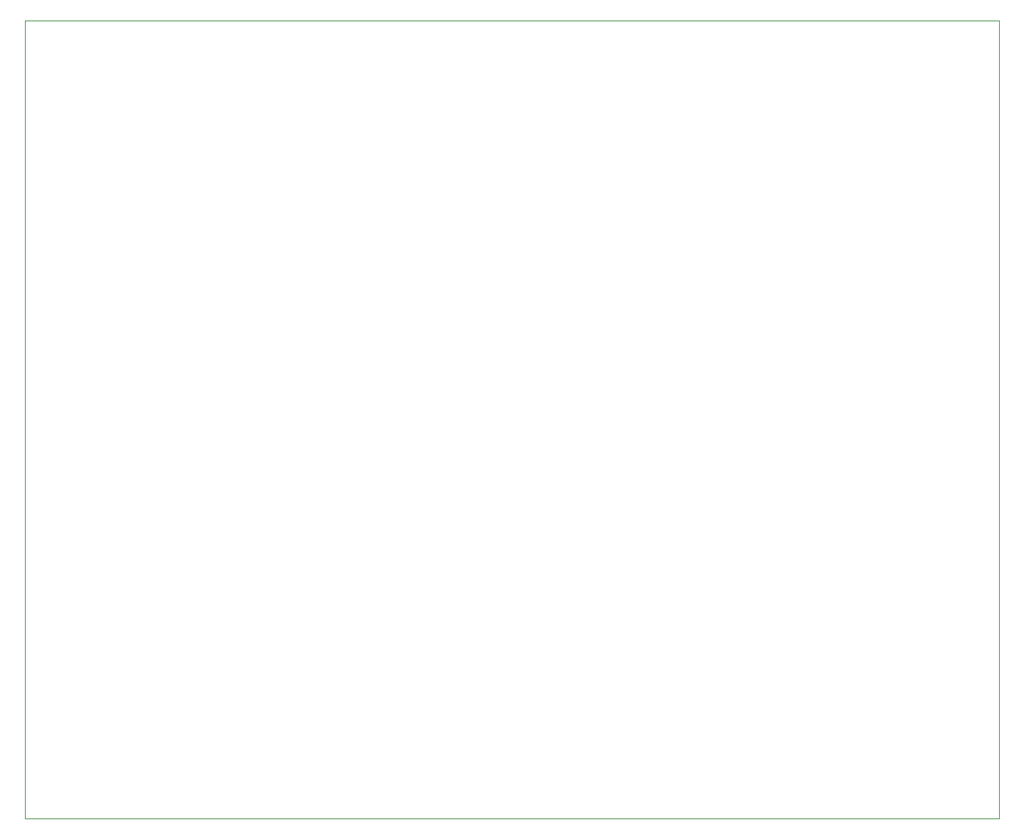
<source format=gm1>
G04 #@! TF.GenerationSoftware,KiCad,Pcbnew,6.0.9-8da3e8f707~116~ubuntu22.04.1*
G04 #@! TF.CreationDate,2022-12-04T14:53:19+01:00*
G04 #@! TF.ProjectId,robot_power,726f626f-745f-4706-9f77-65722e6b6963,rev?*
G04 #@! TF.SameCoordinates,Original*
G04 #@! TF.FileFunction,Profile,NP*
%FSLAX46Y46*%
G04 Gerber Fmt 4.6, Leading zero omitted, Abs format (unit mm)*
G04 Created by KiCad (PCBNEW 6.0.9-8da3e8f707~116~ubuntu22.04.1) date 2022-12-04 14:53:19*
%MOMM*%
%LPD*%
G01*
G04 APERTURE LIST*
G04 #@! TA.AperFunction,Profile*
%ADD10C,0.100000*%
G04 #@! TD*
G04 APERTURE END LIST*
D10*
X272415000Y-143510000D02*
X160020000Y-143510000D01*
X160020000Y-143510000D02*
X160020000Y-51435000D01*
X160020000Y-51435000D02*
X272415000Y-51435000D01*
X272415000Y-51435000D02*
X272415000Y-143510000D01*
M02*

</source>
